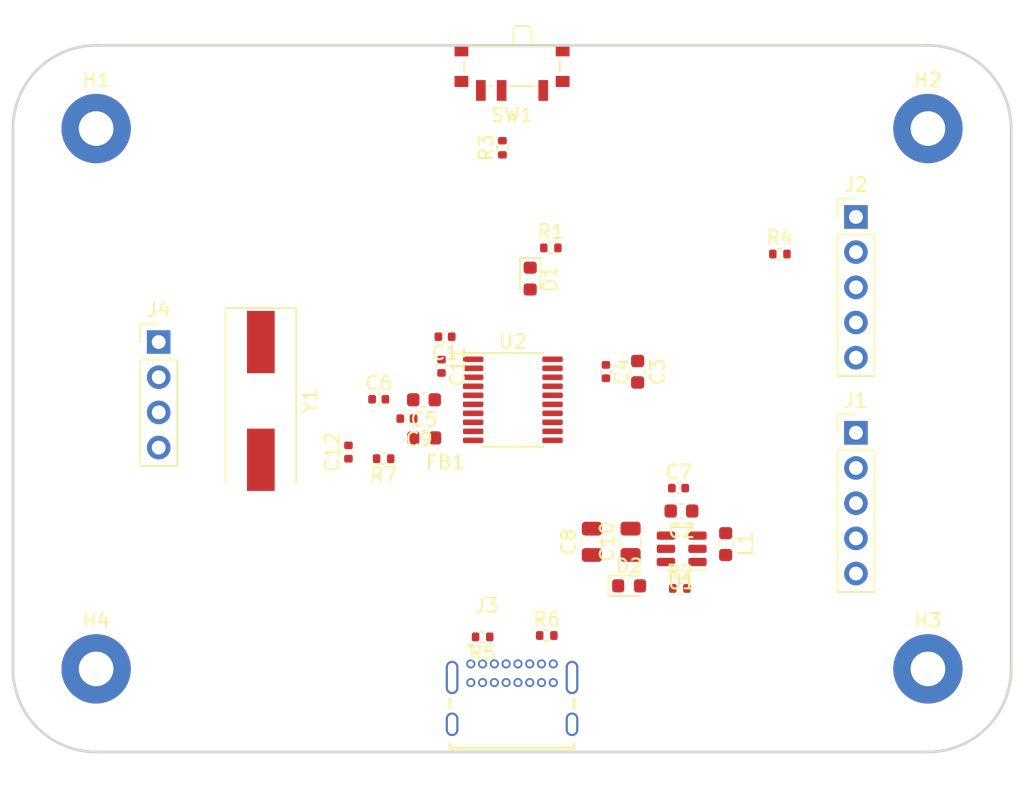
<source format=kicad_pcb>
(kicad_pcb (version 20221018) (generator pcbnew)
  (layers (0 "F.Cu" signal) (31 "B.Cu" signal) (34 "B.Paste" user) (35 "F.Paste" user) (36 "B.SilkS" user "B.Silkscreen") (37 "F.SilkS" user "F.Silkscreen") (38 "B.Mask" user) (39 "F.Mask" user) (44 "Edge.Cuts" user))
  (net 0 "")
  (net 1 "NRST")
  (net 2 "GND")
  (net 3 "VBUS")
  (net 4 "+3.3V")
  (net 5 "+3.3VA")
  (net 6 "Net-(U1-BST)")
  (net 7 "HSE_IN")
  (net 8 "Net-(C12-Pad1)")
  (net 9 "Net-(D1-K)")
  (net 10 "Net-(D1-A)")
  (net 11 "Net-(D2-K)")
  (net 12 "SPI_SCK")
  (net 13 "SPI_MISO")
  (net 14 "SPI_MOSI")
  (net 15 "Net-(J2-Pin_2)")
  (net 16 "SWDCLK")
  (net 17 "Net-(J3-CC1)")
  (net 18 "USB_D+")
  (net 19 "USB_D-")
  (net 21 "Net-(J3-CC2)")
  (net 24 "USART_TX")
  (net 25 "USART_RX")
  (net 26 "Net-(U1-FB)")
  (net 27 "BOOT")
  (net 28 "Net-(SW1-B)")
  (net 29 "SWDIO")
  (net 30 "HSE_OUT")
  (footprint "Resistor_SMD:R_0402_1005Metric" (layer "F.Cu") (at 135.38 110.6932 180)
    (fp_text reference "R5" (at 0 -1.17) (layer "F.SilkS"))
    (fp_text value "5k1")
    (fp_line (start -0.153641 -0.38) (end 0.153641 -0.38) (stroke (width 0.12)) (layer "F.SilkS"))
    (fp_line (start -0.153641 0.38) (end 0.153641 0.38) (stroke (width 0.12)) (layer "F.SilkS"))
    (pad "1" smd roundrect (at -0.51 0 180) (size 0.54 0.64) (layers "F.Cu" "F.Paste" "F.Mask") (net 17 "Net-(J3-CC1)"))
    (pad "2" smd roundrect (at 0.51 0 180) (size 0.54 0.64) (layers "F.Cu" "F.Paste" "F.Mask") (net 2 "GND"))
  )
  (footprint "Capacitor_SMD:C_0603_1608Metric" (layer "F.Cu") (at 149.72 101.605 180)
    (fp_text reference "C2" (at 0 -1.43) (layer "F.SilkS"))
    (fp_text value "10u")
    (fp_line (start -0.14058 -0.51) (end 0.14058 -0.51) (stroke (width 0.12)) (layer "F.SilkS"))
    (fp_line (start -0.14058 0.51) (end 0.14058 0.51) (stroke (width 0.12)) (layer "F.SilkS"))
    (pad "1" smd roundrect (at -0.775 0 180) (size 0.9 0.95) (layers "F.Cu" "F.Paste" "F.Mask") (net 3 "VBUS"))
    (pad "2" smd roundrect (at 0.775 0 180) (size 0.9 0.95) (layers "F.Cu" "F.Paste" "F.Mask") (net 2 "GND"))
  )
  (footprint "Connector_PinHeader_2.54mm:PinHeader_1x05_P2.54mm_Vertical" (layer "F.Cu") (at 162.306 80.38)
    (fp_text reference "J2" (at 0 -2.33) (layer "F.SilkS"))
    (fp_text value "SWD")
    (fp_line (start -1.33 -1.33) (end 0 -1.33) (stroke (width 0.12)) (layer "F.SilkS"))
    (fp_line (start -1.33 0) (end -1.33 -1.33) (stroke (width 0.12)) (layer "F.SilkS"))
    (fp_line (start -1.33 1.27) (end -1.33 11.49) (stroke (width 0.12)) (layer "F.SilkS"))
    (fp_line (start -1.33 1.27) (end 1.33 1.27) (stroke (width 0.12)) (layer "F.SilkS"))
    (fp_line (start -1.33 11.49) (end 1.33 11.49) (stroke (width 0.12)) (layer "F.SilkS"))
    (fp_line (start 1.33 1.27) (end 1.33 11.49) (stroke (width 0.12)) (layer "F.SilkS"))
    (pad "1" thru_hole rect (at 0 0) (size 1.7 1.7) (drill 1) (layers "*.Cu" "*.Mask") (net 4 "+3.3V"))
    (pad "2" thru_hole oval (at 0 2.54) (size 1.7 1.7) (drill 1) (layers "*.Cu" "*.Mask") (net 15 "Net-(J2-Pin_2)"))
    (pad "3" thru_hole oval (at 0 5.08) (size 1.7 1.7) (drill 1) (layers "*.Cu" "*.Mask") (net 16 "SWDCLK"))
    (pad "4" thru_hole oval (at 0 7.62) (size 1.7 1.7) (drill 1) (layers "*.Cu" "*.Mask") (net 1 "NRST"))
    (pad "5" thru_hole oval (at 0 10.16) (size 1.7 1.7) (drill 1) (layers "*.Cu" "*.Mask") (net 2 "GND"))
  )
  (footprint "USB4085-GF-A:GCT_USB4085-GF-A_REVB" (layer "F.Cu") (at 137.5 117)
    (fp_text reference "J3" (at -1.85 -8.555) (layer "F.SilkS"))
    (fp_text value "USB4085-GF-A_REVB")
    (fp_line (start -4.47 -1.85) (end -4.47 -1.17) (stroke (width 0.2)) (layer "F.SilkS"))
    (fp_line (start -4.47 1.39) (end -4.47 1.74) (stroke (width 0.2)) (layer "F.SilkS"))
    (fp_line (start -4.47 1.74) (end 4.47 1.74) (stroke (width 0.2)) (layer "F.SilkS"))
    (fp_line (start 4.47 -1.85) (end 4.47 -1.17) (stroke (width 0.2)) (layer "F.SilkS"))
    (fp_line (start 4.47 1.74) (end 4.47 1.39) (stroke (width 0.2)) (layer "F.SilkS"))
    (fp_circle (center -2.975 -5.7) (end -2.875 -5.7) (stroke (width 0.2)) (fill none) (layer "F.SilkS"))
    (pad "A1" thru_hole circle (at -2.975 -4.36) (size 0.65 0.65) (drill 0.4) (layers "*.Cu" "*.Mask") (net 2 "GND"))
    (pad "A4" thru_hole circle (at -2.125 -4.36) (size 0.65 0.65) (drill 0.4) (layers "*.Cu" "*.Mask") (net 3 "VBUS"))
    (pad "A5" thru_hole circle (at -1.275 -4.36) (size 0.65 0.65) (drill 0.4) (layers "*.Cu" "*.Mask") (net 17 "Net-(J3-CC1)"))
    (pad "A6" thru_hole circle (at -0.425 -4.36) (size 0.65 0.65) (drill 0.4) (layers "*.Cu" "*.Mask") (net 18 "USB_D+"))
    (pad "A7" thru_hole circle (at 0.425 -4.36) (size 0.65 0.65) (drill 0.4) (layers "*.Cu" "*.Mask") (net 19 "USB_D-"))
    (pad "A8" thru_hole circle (at 1.275 -4.36) (size 0.65 0.65) (drill 0.4) (layers "*.Cu" "*.Mask"))
    (pad "A9" thru_hole circle (at 2.125 -4.36) (size 0.65 0.65) (drill 0.4) (layers "*.Cu" "*.Mask") (net 3 "VBUS"))
    (pad "A12" thru_hole circle (at 2.975 -4.36) (size 0.65 0.65) (drill 0.4) (layers "*.Cu" "*.Mask") (net 2 "GND"))
    (pad "B1" thru_hole circle (at 2.975 -3.01) (size 0.65 0.65) (drill 0.4) (layers "*.Cu" "*.Mask") (net 2 "GND"))
    (pad "B4" thru_hole circle (at 2.125 -3.01) (size 0.65 0.65) (drill 0.4) (layers "*.Cu" "*.Mask") (net 3 "VBUS"))
    (pad "B5" thru_hole circle (at 1.275 -3.01) (size 0.65 0.65) (drill 0.4) (layers "*.Cu" "*.Mask") (net 21 "Net-(J3-CC2)"))
    (pad "B6" thru_hole circle (at 0.425 -3.01) (size 0.65 0.65) (drill 0.4) (layers "*.Cu" "*.Mask") (net 18 "USB_D+"))
    (pad "B7" thru_hole circle (at -0.425 -3.01) (size 0.65 0.65) (drill 0.4) (layers "*.Cu" "*.Mask") (net 19 "USB_D-"))
    (pad "B8" thru_hole circle (at -1.275 -3.01) (size 0.65 0.65) (drill 0.4) (layers "*.Cu" "*.Mask"))
    (pad "B9" thru_hole circle (at -2.125 -3.01) (size 0.65 0.65) (drill 0.4) (layers "*.Cu" "*.Mask") (net 3 "VBUS"))
    (pad "B12" thru_hole circle (at -2.975 -3.01) (size 0.65 0.65) (drill 0.4) (layers "*.Cu" "*.Mask") (net 2 "GND"))
    (pad "S1" thru_hole oval (at -4.325 0) (size 0.9 1.7) (drill oval 0.6 1.4) (layers "*.Cu" "*.Mask"))
    (pad "S2" thru_hole oval (at 4.325 0) (size 0.9 1.7) (drill oval 0.6 1.4) (layers "*.Cu" "*.Mask"))
    (pad "S3" thru_hole oval (at -4.325 -3.38) (size 0.9 2.4) (drill oval 0.6 2.1) (layers "*.Cu" "*.Mask"))
    (pad "S4" thru_hole oval (at 4.325 -3.38) (size 0.9 2.4) (drill oval 0.6 2.1) (layers "*.Cu" "*.Mask"))
  )
  (footprint "MountingHole:MountingHole_2.5mm_Pad" (layer "F.Cu") (at 107.5 74)
    (fp_text reference "H1" (at 0 -3.5) (layer "F.SilkS"))
    (fp_text value "MountingHole_Pad")
    (pad "1" thru_hole circle (at 0 0) (size 5 5) (drill 2.5) (layers "*.Cu" "*.Mask") (net 2 "GND"))
  )
  (footprint "Capacitor_SMD:C_0402_1005Metric" (layer "F.Cu") (at 132.4102 91.158 -90)
    (fp_text reference "C11" (at 0 -1.16 -270) (layer "F.SilkS"))
    (fp_text value "30p")
    (fp_line (start -0.107836 -0.36) (end 0.107836 -0.36) (stroke (width 0.12)) (layer "F.SilkS"))
    (fp_line (start -0.107836 0.36) (end 0.107836 0.36) (stroke (width 0.12)) (layer "F.SilkS"))
    (pad "1" smd roundrect (at -0.48 0 270) (size 0.56 0.62) (layers "F.Cu" "F.Paste" "F.Mask") (net 7 "HSE_IN"))
    (pad "2" smd roundrect (at 0.48 0 270) (size 0.56 0.62) (layers "F.Cu" "F.Paste" "F.Mask") (net 2 "GND"))
  )
  (footprint "Inductor_SMD:L_0603_1608Metric" (layer "F.Cu") (at 152.908 103.9925 -90)
    (fp_text reference "L1" (at 0 -1.43 90) (layer "F.SilkS"))
    (fp_text value "3u9")
    (fp_line (start -0.162779 -0.51) (end 0.162779 -0.51) (stroke (width 0.12)) (layer "F.SilkS"))
    (fp_line (start -0.162779 0.51) (end 0.162779 0.51) (stroke (width 0.12)) (layer "F.SilkS"))
    (pad "1" smd roundrect (at -0.7875 0 270) (size 0.875 0.95) (layers "F.Cu" "F.Paste" "F.Mask") (net 4 "+3.3V"))
    (pad "2" smd roundrect (at 0.7875 0 270) (size 0.875 0.95) (layers "F.Cu" "F.Paste" "F.Mask") (net 26 "Net-(U1-FB)"))
  )
  (footprint "Crystal:Crystal_SMD_HC49-SD" (layer "F.Cu") (at 119.38 93.658 -90)
    (fp_text reference "Y1" (at 0 -3.55 90) (layer "F.SilkS"))
    (fp_text value "16 MHz")
    (fp_line (start -6.7 -2.55) (end -6.7 2.55) (stroke (width 0.12)) (layer "F.SilkS"))
    (fp_line (start -6.7 2.55) (end 5.9 2.55) (stroke (width 0.12)) (layer "F.SilkS"))
    (fp_line (start 5.9 -2.55) (end -6.7 -2.55) (stroke (width 0.12)) (layer "F.SilkS"))
    (pad "1" smd rect (at -4.25 0 270) (size 4.5 2) (layers "F.Cu" "F.Paste" "F.Mask") (net 7 "HSE_IN"))
    (pad "2" smd rect (at 4.25 0 270) (size 4.5 2) (layers "F.Cu" "F.Paste" "F.Mask") (net 8 "Net-(C12-Pad1)"))
  )
  (footprint "Capacitor_SMD:C_0402_1005Metric" (layer "F.Cu") (at 125.699 97.349 90)
    (fp_text reference "C12" (at 0 -1.16 90) (layer "F.SilkS"))
    (fp_text value "30p")
    (fp_line (start -0.107836 -0.36) (end 0.107836 -0.36) (stroke (width 0.12)) (layer "F.SilkS"))
    (fp_line (start -0.107836 0.36) (end 0.107836 0.36) (stroke (width 0.12)) (layer "F.SilkS"))
    (pad "1" smd roundrect (at -0.48 0 90) (size 0.56 0.62) (layers "F.Cu" "F.Paste" "F.Mask") (net 8 "Net-(C12-Pad1)"))
    (pad "2" smd roundrect (at 0.48 0 90) (size 0.56 0.62) (layers "F.Cu" "F.Paste" "F.Mask") (net 2 "GND"))
  )
  (footprint "Button_Switch_SMD:SW_SPDT_PCM12" (layer "F.Cu") (at 137.5 69.82 180)
    (fp_text reference "SW1" (at 0 -3.2) (layer "F.SilkS"))
    (fp_text value "SW_SPDT")
    (fp_line (start -3.45 -0.07) (end -3.45 0.72) (stroke (width 0.12)) (layer "F.SilkS"))
    (fp_line (start -2.85 1.73) (end 2.85 1.73) (stroke (width 0.12)) (layer "F.SilkS"))
    (fp_line (start -1.6 -1.12) (end 0.1 -1.12) (stroke (width 0.12)) (layer "F.SilkS"))
    (fp_line (start -1.4 1.73) (end -1.4 3.02) (stroke (width 0.12)) (layer "F.SilkS"))
    (fp_line (start -1.4 3.02) (end -1.2 3.23) (stroke (width 0.12)) (layer "F.SilkS"))
    (fp_line (start -1.2 3.23) (end -0.3 3.23) (stroke (width 0.12)) (layer "F.SilkS"))
    (fp_line (start -0.1 3.02) (end -0.3 3.23) (stroke (width 0.12)) (layer "F.SilkS"))
    (fp_line (start -0.1 3.02) (end -0.1 1.73) (stroke (width 0.12)) (layer "F.SilkS"))
    (fp_line (start 1.4 -1.12) (end 1.6 -1.12) (stroke (width 0.12)) (layer "F.SilkS"))
    (fp_line (start 3.45 0.72) (end 3.45 -0.07) (stroke (width 0.12)) (layer "F.SilkS"))
    (pad "" smd rect (at -3.65 -0.78 180) (size 1 0.8) (layers "F.Cu" "F.Paste" "F.Mask"))
    (pad "" smd rect (at -3.65 1.43 180) (size 1 0.8) (layers "F.Cu" "F.Paste" "F.Mask"))
    (pad "" np_thru_hole circle (at -1.5 0.33 180) (size 0.9 0.9) (drill 0.9) (layers "*.Cu" "*.Mask"))
    (pad "" np_thru_hole circle (at 1.5 0.33 180) (size 0.9 0.9) (drill 0.9) (layers "*.Cu" "*.Mask"))
    (pad "" smd rect (at 3.65 -0.78 180) (size 1 0.8) (layers "F.Cu" "F.Paste" "F.Mask"))
    (pad "" smd rect (at 3.65 1.43 180) (size 1 0.8) (layers "F.Cu" "F.Paste" "F.Mask"))
    (pad "1" smd rect (at -2.25 -1.43 180) (size 0.7 1.5) (layers "F.Cu" "F.Paste" "F.Mask") (net 2 "GND"))
    (pad "2" smd rect (at 0.75 -1.43 180) (size 0.7 1.5) (layers "F.Cu" "F.Paste" "F.Mask") (net 28 "Net-(SW1-B)"))
    (pad "3" smd rect (at 2.25 -1.43 180) (size 0.7 1.5) (layers "F.Cu" "F.Paste" "F.Mask") (net 4 "+3.3V"))
  )
  (footprint "Resistor_SMD:R_0402_1005Metric" (layer "F.Cu") (at 156.8196 83.058)
    (fp_text reference "R4" (at 0 -1.17) (layer "F.SilkS"))
    (fp_text value "22R")
    (fp_line (start -0.153641 -0.38) (end 0.153641 -0.38) (stroke (width 0.12)) (layer "F.SilkS"))
    (fp_line (start -0.153641 0.38) (end 0.153641 0.38) (stroke (width 0.12)) (layer "F.SilkS"))
    (pad "1" smd roundrect (at -0.51 0) (size 0.54 0.64) (layers "F.Cu" "F.Paste" "F.Mask") (net 29 "SWDIO"))
    (pad "2" smd roundrect (at 0.51 0) (size 0.54 0.64) (layers "F.Cu" "F.Paste" "F.Mask") (net 15 "Net-(J2-Pin_2)"))
  )
  (footprint "MountingHole:MountingHole_2.5mm_Pad" (layer "F.Cu") (at 167.5 74)
    (fp_text reference "H2" (at 0 -3.5) (layer "F.SilkS"))
    (fp_text value "MountingHole_Pad")
    (pad "1" thru_hole circle (at 0 0) (size 5 5) (drill 2.5) (layers "*.Cu" "*.Mask") (net 2 "GND"))
  )
  (footprint "Resistor_SMD:R_0402_1005Metric" (layer "F.Cu") (at 136.8044 75.3892 90)
    (fp_text reference "R3" (at 0 -1.17 90) (layer "F.SilkS"))
    (fp_text value "1k5")
    (fp_line (start -0.153641 -0.38) (end 0.153641 -0.38) (stroke (width 0.12)) (layer "F.SilkS"))
    (fp_line (start -0.153641 0.38) (end 0.153641 0.38) (stroke (width 0.12)) (layer "F.SilkS"))
    (pad "1" smd roundrect (at -0.51 0 90) (size 0.54 0.64) (layers "F.Cu" "F.Paste" "F.Mask") (net 27 "BOOT"))
    (pad "2" smd roundrect (at 0.51 0 90) (size 0.54 0.64) (layers "F.Cu" "F.Paste" "F.Mask") (net 28 "Net-(SW1-B)"))
  )
  (footprint "Capacitor_SMD:C_0402_1005Metric" (layer "F.Cu") (at 149.507 99.954)
    (fp_text reference "C7" (at 0 -1.16) (layer "F.SilkS"))
    (fp_text value "100n")
    (fp_line (start -0.107836 -0.36) (end 0.107836 -0.36) (stroke (width 0.12)) (layer "F.SilkS"))
    (fp_line (start -0.107836 0.36) (end 0.107836 0.36) (stroke (width 0.12)) (layer "F.SilkS"))
    (pad "1" smd roundrect (at -0.48 0) (size 0.56 0.62) (layers "F.Cu" "F.Paste" "F.Mask") (net 4 "+3.3V"))
    (pad "2" smd roundrect (at 0.48 0) (size 0.56 0.62) (layers "F.Cu" "F.Paste" "F.Mask") (net 6 "Net-(U1-BST)"))
  )
  (footprint "Connector_PinHeader_2.54mm:PinHeader_1x05_P2.54mm_Vertical" (layer "F.Cu") (at 162.306 95.96)
    (fp_text reference "J1" (at 0 -2.33) (layer "F.SilkS"))
    (fp_text value "SPI")
    (fp_line (start -1.33 -1.33) (end 0 -1.33) (stroke (width 0.12)) (layer "F.SilkS"))
    (fp_line (start -1.33 0) (end -1.33 -1.33) (stroke (width 0.12)) (layer "F.SilkS"))
    (fp_line (start -1.33 1.27) (end -1.33 11.49) (stroke (width 0.12)) (layer "F.SilkS"))
    (fp_line (start -1.33 1.27) (end 1.33 1.27) (stroke (width 0.12)) (layer "F.SilkS"))
    (fp_line (start -1.33 11.49) (end 1.33 11.49) (stroke (width 0.12)) (layer "F.SilkS"))
    (fp_line (start 1.33 1.27) (end 1.33 11.49) (stroke (width 0.12)) (layer "F.SilkS"))
    (pad "1" thru_hole rect (at 0 0) (size 1.7 1.7) (drill 1) (layers "*.Cu" "*.Mask") (net 4 "+3.3V"))
    (pad "2" thru_hole oval (at 0 2.54) (size 1.7 1.7) (drill 1) (layers "*.Cu" "*.Mask") (net 12 "SPI_SCK"))
    (pad "3" thru_hole oval (at 0 5.08) (size 1.7 1.7) (drill 1) (layers "*.Cu" "*.Mask") (net 13 "SPI_MISO"))
    (pad "4" thru_hole oval (at 0 7.62) (size 1.7 1.7) (drill 1) (layers "*.Cu" "*.Mask") (net 14 "SPI_MOSI"))
    (pad "5" thru_hole oval (at 0 10.16) (size 1.7 1.7) (drill 1) (layers "*.Cu" "*.Mask") (net 2 "GND"))
  )
  (footprint "MountingHole:MountingHole_2.5mm_Pad" (layer "F.Cu") (at 107.5 113)
    (fp_text reference "H4" (at 0 -3.5) (layer "F.SilkS"))
    (fp_text value "MountingHole_Pad")
    (pad "1" thru_hole circle (at 0 0) (size 5 5) (drill 2.5) (layers "*.Cu" "*.Mask") (net 2 "GND"))
  )
  (footprint "Capacitor_SMD:C_0402_1005Metric" (layer "F.Cu") (at 129.918 94.936 180)
    (fp_text reference "C9" (at -0.8868 -1.5) (layer "F.SilkS"))
    (fp_text value "1u")
    (fp_line (start -0.107836 -0.36) (end 0.107836 -0.36) (stroke (width 0.12)) (layer "F.SilkS"))
    (fp_line (start -0.107836 0.36) (end 0.107836 0.36) (stroke (width 0.12)) (layer "F.SilkS"))
    (pad "1" smd roundrect (at -0.48 0 180) (size 0.56 0.62) (layers "F.Cu" "F.Paste" "F.Mask") (net 4 "+3.3V"))
    (pad "2" smd roundrect (at 0.48 0 180) (size 0.56 0.62) (layers "F.Cu" "F.Paste" "F.Mask") (net 2 "GND"))
  )
  (footprint "LED_SMD:LED_0603_1608Metric" (layer "F.Cu") (at 145.9425 107.006)
    (fp_text reference "D2" (at 0 -1.43) (layer "F.SilkS"))
    (fp_text value "GREEN STATUS_LED")
    (fp_line (start -1.485 -0.735) (end -1.485 0.735) (stroke (width 0.12)) (layer "F.SilkS"))
    (fp_line (start -1.485 0.735) (end 0.8 0.735) (stroke (width 0.12)) (layer "F.SilkS"))
    (fp_line (start 0.8 -0.735) (end -1.485 -0.735) (stroke (width 0.12)) (layer "F.SilkS"))
    (pad "1" smd roundrect (at -0.7875 0) (size 0.875 0.95) (layers "F.Cu" "F.Paste" "F.Mask") (net 11 "Net-(D2-K)"))
    (pad "2" smd roundrect (at 0.7875 0) (size 0.875 0.95) (layers "F.Cu" "F.Paste" "F.Mask") (net 4 "+3.3V"))
  )
  (footprint "Capacitor_SMD:C_0603_1608Metric" (layer "F.Cu") (at 131.147 93.579 180)
    (fp_text reference "C5" (at 0 -1.43) (layer "F.SilkS"))
    (fp_text value "1u")
    (fp_line (start -0.14058 -0.51) (end 0.14058 -0.51) (stroke (width 0.12)) (layer "F.SilkS"))
    (fp_line (start -0.14058 0.51) (end 0.14058 0.51) (stroke (width 0.12)) (layer "F.SilkS"))
    (pad "1" smd roundrect (at -0.775 0 180) (size 0.9 0.95) (layers "F.Cu" "F.Paste" "F.Mask") (net 5 "+3.3VA"))
    (pad "2" smd roundrect (at 0.775 0 180) (size 0.9 0.95) (layers "F.Cu" "F.Paste" "F.Mask") (net 2 "GND"))
  )
  (footprint "Resistor_SMD:R_0402_1005Metric" (layer "F.Cu") (at 128.241 97.829 180)
    (fp_text reference "R7" (at 0 -1.17) (layer "F.SilkS"))
    (fp_text value "47R")
    (fp_line (start -0.153641 -0.38) (end 0.153641 -0.38) (stroke (width 0.12)) (layer "F.SilkS"))
    (fp_line (start -0.153641 0.38) (end 0.153641 0.38) (stroke (width 0.12)) (layer "F.SilkS"))
    (pad "1" smd roundrect (at -0.51 0 180) (size 0.54 0.64) (layers "F.Cu" "F.Paste" "F.Mask") (net 30 "HSE_OUT"))
    (pad "2" smd roundrect (at 0.51 0 180) (size 0.54 0.64) (layers "F.Cu" "F.Paste" "F.Mask") (net 8 "Net-(C12-Pad1)"))
  )
  (footprint "Capacitor_SMD:C_0805_2012Metric" (layer "F.Cu") (at 143.256 103.83 90)
    (fp_text reference "C8" (at 0 -1.68 90) (layer "F.SilkS"))
    (fp_text value "22u")
    (fp_line (start -0.261252 -0.735) (end 0.261252 -0.735) (stroke (width 0.12)) (layer "F.SilkS"))
    (fp_line (start -0.261252 0.735) (end 0.261252 0.735) (stroke (width 0.12)) (layer "F.SilkS"))
    (pad "1" smd roundrect (at -0.95 0 90) (size 1 1.45) (layers "F.Cu" "F.Paste" "F.Mask") (net 4 "+3.3V"))
    (pad "2" smd roundrect (at 0.95 0 90) (size 1 1.45) (layers "F.Cu" "F.Paste" "F.Mask") (net 2 "GND"))
  )
  (footprint "Package_SO:TSSOP-20_4.4x6.5mm_P0.65mm" (layer "F.Cu") (at 137.558 93.579)
    (fp_text reference "U2" (at 0 -4.2) (layer "F.SilkS"))
    (fp_text value "STM32F070F6Px")
    (fp_line (start 0 -3.385) (end -3.6 -3.385) (stroke (width 0.12)) (layer "F.SilkS"))
    (fp_line (start 0 -3.385) (end 2.2 -3.385) (stroke (width 0.12)) (layer "F.SilkS"))
    (fp_line (start 0 3.385) (end -2.2 3.385) (stroke (width 0.12)) (layer "F.SilkS"))
    (fp_line (start 0 3.385) (end 2.2 3.385) (stroke (width 0.12)) (layer "F.SilkS"))
    (pad "1" smd roundrect (at -2.8625 -2.925) (size 1.475 0.4) (layers "F.Cu" "F.Paste" "F.Mask") (net 27 "BOOT"))
    (pad "2" smd roundrect (at -2.8625 -2.275) (size 1.475 0.4) (layers "F.Cu" "F.Paste" "F.Mask") (net 7 "HSE_IN"))
    (pad "3" smd roundrect (at -2.8625 -1.625) (size 1.475 0.4) (layers "F.Cu" "F.Paste" "F.Mask") (net 30 "HSE_OUT"))
    (pad "4" smd roundrect (at -2.8625 -0.975) (size 1.475 0.4) (layers "F.Cu" "F.Paste" "F.Mask") (net 1 "NRST"))
    (pad "5" smd roundrect (at -2.8625 -0.325) (size 1.475 0.4) (layers "F.Cu" "F.Paste" "F.Mask") (net 5 "+3.3VA"))
    (pad "6" smd roundrect (at -2.8625 0.325) (size 1.475 0.4) (layers "F.Cu" "F.Paste" "F.Mask"))
    (pad "7" smd roundrect (at -2.8625 0.975) (size 1.475 0.4) (layers "F.Cu" "F.Paste" "F.Mask") (net 10 "Net-(D1-A)"))
    (pad "8" smd roundrect (at -2.8625 1.625) (size 1.475 0.4) (layers "F.Cu" "F.Paste" "F.Mask") (net 24 "USART_TX"))
    (pad "9" smd roundrect (at -2.8625 2.275) (size 1.475 0.4) (layers "F.Cu" "F.Paste" "F.Mask") (net 25 "USART_RX"))
    (pad "10" smd roundrect (at -2.8625 2.925) (size 1.475 0.4) (layers "F.Cu" "F.Paste" "F.Mask"))
    (pad "11" smd roundrect (at 2.8625 2.925) (size 1.475 0.4) (layers "F.Cu" "F.Paste" "F.Mask") (net 12 "SPI_SCK"))
    (pad "12" smd roundrect (at 2.8625 2.275) (size 1.475 0.4) (layers "F.Cu" "F.Paste" "F.Mask") (net 13 "SPI_MISO"))
    (pad "13" smd roundrect (at 2.8625 1.625) (size 1.475 0.4) (layers "F.Cu" "F.Paste" "F.Mask") (net 14 "SPI_MOSI"))
    (pad "14" smd roundrect (at 2.8625 0.975) (size 1.475 0.4) (layers "F.Cu" "F.Paste" "F.Mask"))
    (pad "15" smd roundrect (at 2.8625 0.325) (size 1.475 0.4) (layers "F.Cu" "F.Paste" "F.Mask") (net 2 "GND"))
    (pad "16" smd roundrect (at 2.8625 -0.325) (size 1.475 0.4) (layers "F.Cu" "F.Paste" "F.Mask") (net 4 "+3.3V"))
    (pad "17" smd roundrect (at 2.8625 -0.975) (size 1.475 0.4) (layers "F.Cu" "F.Paste" "F.Mask") (net 19 "USB_D-"))
    (pad "18" smd roundrect (at 2.8625 -1.625) (size 1.475 0.4) (layers "F.Cu" "F.Paste" "F.Mask") (net 18 "USB_D+"))
    (pad "19" smd roundrect (at 2.8625 -2.275) (size 1.475 0.4) (layers "F.Cu" "F.Paste" "F.Mask") (net 29 "SWDIO"))
    (pad "20" smd roundrect (at 2.8625 -2.925) (size 1.475 0.4) (layers "F.Cu" "F.Paste" "F.Mask") (net 16 "SWDCLK"))
  )
  (footprint "Resistor_SMD:R_0402_1005Metric" (layer "F.Cu") (at 140.298 82.6165)
    (fp_text reference "R1" (at 0 -1.17) (layer "F.SilkS"))
    (fp_text value "619R")
    (fp_line (start -0.153641 -0.38) (end 0.153641 -0.38) (stroke (width 0.12)) (layer "F.SilkS"))
    (fp_line (start -0.153641 0.38) (end 0.153641 0.38) (stroke (width 0.12)) (layer "F.SilkS"))
    (pad "1" smd roundrect (at -0.51 0) (size 0.54 0.64) (layers "F.Cu" "F.Paste" "F.Mask") (net 9 "Net-(D1-K)"))
    (pad "2" smd roundrect (at 0.51 0) (size 0.54 0.64) (layers "F.Cu" "F.Paste" "F.Mask") (net 2 "GND"))
  )
  (footprint "Package_TO_SOT_SMD:TSOT-23-6" (layer "F.Cu") (at 149.7385 104.333 180)
    (fp_text reference "U1" (at 0 -2.4) (layer "F.SilkS"))
    (fp_text value "AP63203WU")
    (fp_line (start 0 -1.56) (end -1.8 -1.56) (stroke (width 0.12)) (layer "F.SilkS"))
    (fp_line (start 0 -1.56) (end 0.8 -1.56) (stroke (width 0.12)) (layer "F.SilkS"))
    (fp_line (start 0 1.56) (end -0.8 1.56) (stroke (width 0.12)) (layer "F.SilkS"))
    (fp_line (start 0 1.56) (end 0.8 1.56) (stroke (width 0.12)) (layer "F.SilkS"))
    (pad "1" smd roundrect (at -1.1375 -0.95 180) (size 1.325 0.6) (layers "F.Cu" "F.Paste" "F.Mask") (net 26 "Net-(U1-FB)"))
    (pad "2" smd roundrect (at -1.1375 0 180) (size 1.325 0.6) (layers "F.Cu" "F.Paste" "F.Mask") (net 3 "VBUS"))
    (pad "3" smd roundrect (at -1.1375 0.95 180) (size 1.325 0.6) (layers "F.Cu" "F.Paste" "F.Mask") (net 3 "VBUS"))
    (pad "4" smd roundrect (at 1.1375 0.95 180) (size 1.325 0.6) (layers "F.Cu" "F.Paste" "F.Mask") (net 2 "GND"))
    (pad "5" smd roundrect (at 1.1375 0 180) (size 1.325 0.6) (layers "F.Cu" "F.Paste" "F.Mask") (net 4 "+3.3V"))
    (pad "6" smd roundrect (at 1.1375 -0.95 180) (size 1.325 0.6) (layers "F.Cu" "F.Paste" "F.Mask") (net 6 "Net-(U1-BST)"))
  )
  (footprint "Inductor_SMD:L_0603_1608Metric" (layer "F.Cu") (at 131.1685 96.329 180)
    (fp_text reference "FB1" (at -1.5115 -1.75) (layer "F.SilkS"))
    (fp_text value "220R")
    (fp_line (start -0.162779 -0.51) (end 0.162779 -0.51) (stroke (width 0.12)) (layer "F.SilkS"))
    (fp_line (start -0.162779 0.51) (end 0.162779 0.51) (stroke (width 0.12)) (layer "F.SilkS"))
    (pad "1" smd roundrect (at -0.7875 0 180) (size 0.875 0.95) (layers "F.Cu" "F.Paste" "F.Mask") (net 5 "+3.3VA"))
    (pad "2" smd roundrect (at 0.7875 0 180) (size 0.875 0.95) (layers "F.Cu" "F.Paste" "F.Mask") (net 4 "+3.3V"))
  )
  (footprint "Resistor_SMD:R_0402_1005Metric" (layer "F.Cu") (at 149.604 107.193)
    (fp_text reference "R2" (at 0 -1.17) (layer "F.SilkS"))
    (fp_text value "619R")
    (fp_line (start -0.153641 -0.38) (end 0.153641 -0.38) (stroke (width 0.12)) (layer "F.SilkS"))
    (fp_line (start -0.153641 0.38) (end 0.153641 0.38) (stroke (width 0.12)) (layer "F.SilkS"))
    (pad "1" smd roundrect (at -0.51 0) (size 0.54 0.64) (layers "F.Cu" "F.Paste" "F.Mask") (net 11 "Net-(D2-K)"))
    (pad "2" smd roundrect (at 0.51 0) (size 0.54 0.64) (layers "F.Cu" "F.Paste" "F.Mask") (net 2 "GND"))
  )
  (footprint "Capacitor_SMD:C_0402_1005Metric" (layer "F.Cu") (at 144.272 91.539 -90)
    (fp_text reference "C4" (at 0 -1.16 90) (layer "F.SilkS"))
    (fp_text value "100n")
    (fp_line (start -0.107836 -0.36) (end 0.107836 -0.36) (stroke (width 0.12)) (layer "F.SilkS"))
    (fp_line (start -0.107836 0.36) (end 0.107836 0.36) (stroke (width 0.12)) (layer "F.SilkS"))
    (pad "1" smd roundrect (at -0.48 0 270) (size 0.56 0.62) (layers "F.Cu" "F.Paste" "F.Mask") (net 4 "+3.3V"))
    (pad "2" smd roundrect (at 0.48 0 270) (size 0.56 0.62) (layers "F.Cu" "F.Paste" "F.Mask") (net 2 "GND"))
  )
  (footprint "Capacitor_SMD:C_0603_1608Metric" (layer "F.Cu") (at 146.558 91.554 -90)
    (fp_text reference "C3" (at 0 -1.43 90) (layer "F.SilkS"))
    (fp_text value "4u7")
    (fp_line (start -0.14058 -0.51) (end 0.14058 -0.51) (stroke (width 0.12)) (layer "F.SilkS"))
    (fp_line (start -0.14058 0.51) (end 0.14058 0.51) (stroke (width 0.12)) (layer "F.SilkS"))
    (pad "1" smd roundrect (at -0.775 0 270) (size 0.9 0.95) (layers "F.Cu" "F.Paste" "F.Mask") (net 4 "+3.3V"))
    (pad "2" smd roundrect (at 0.775 0 270) (size 0.9 0.95) (layers "F.Cu" "F.Paste" "F.Mask") (net 2 "GND"))
  )
  (footprint "MountingHole:MountingHole_2.5mm_Pad" (layer "F.Cu") (at 167.5 113)
    (fp_text reference "H3" (at 0 -3.5) (layer "F.SilkS"))
    (fp_text value "MountingHole_Pad")
    (pad "1" thru_hole circle (at 0 0) (size 5 5) (drill 2.5) (layers "*.Cu" "*.Mask") (net 2 "GND"))
  )
  (footprint "Capacitor_SMD:C_0402_1005Metric" (layer "F.Cu") (at 132.6668 89.027 180)
    (fp_text reference "C1" (at 0 -1.16) (layer "F.SilkS"))
    (fp_text value "100n")
    (fp_line (start -0.107836 -0.36) (end 0.107836 -0.36) (stroke (width 0.12)) (layer "F.SilkS"))
    (fp_line (start -0.107836 0.36) (end 0.107836 0.36) (stroke (width 0.12)) (layer "F.SilkS"))
    (pad "1" smd roundrect (at -0.48 0 180) (size 0.56 0.62) (layers "F.Cu" "F.Paste" "F.Mask") (net 1 "NRST"))
    (pad "2" smd roundrect (at 0.48 0 180) (size 0.56 0.62) (layers "F.Cu" "F.Paste" "F.Mask") (net 2 "GND"))
  )
  (footprint "Resistor_SMD:R_0402_1005Metric" (layer "F.Cu") (at 140.0068 110.5916)
    (fp_text reference "R6" (at 0 -1.17) (layer "F.SilkS"))
    (fp_text value "5k1")
    (fp_line (start -0.153641 -0.38) (end 0.153641 -0.38) (stroke (width 0.12)) (layer "F.SilkS"))
    (fp_line (start -0.153641 0.38) (end 0.153641 0.38) (stroke (width 0.12)) (layer "F.SilkS"))
    (pad "1" smd roundrect (at -0.51 0) (size 0.54 0.64) (layers "F.Cu" "F.Paste" "F.Mask") (net 21 "Net-(J3-CC2)"))
    (pad "2" smd roundrect (at 0.51 0) (size 0.54 0.64) (layers "F.Cu" "F.Paste" "F.Mask") (net 2 "GND"))
  )
  (footprint "Connector_PinHeader_2.54mm:PinHeader_1x04_P2.54mm_Vertical" (layer "F.Cu") (at 112.014 89.408)
    (fp_text reference "J4" (at 0 -2.33) (layer "F.SilkS"))
    (fp_text value "USART")
    (fp_line (start -1.33 -1.33) (end 0 -1.33) (stroke (width 0.12)) (layer "F.SilkS"))
    (fp_line (start -1.33 0) (end -1.33 -1.33) (stroke (width 0.12)) (layer "F.SilkS"))
    (fp_line (start -1.33 1.27) (end -1.33 8.95) (stroke (width 0.12)) (layer "F.SilkS"))
    (fp_line (start -1.33 1.27) (end 1.33 1.27) (stroke (width 0.12)) (layer "F.SilkS"))
    (fp_line (start -1.33 8.95) (end 1.33 8.95) (stroke (width 0.12)) (layer "F.SilkS"))
    (fp_line (start 1.33 1.27) (end 1.33 8.95) (stroke (width 0.12)) (layer "F.SilkS"))
    (pad "1" thru_hole rect (at 0 0) (size 1.7 1.7) (drill 1) (layers "*.Cu" "*.Mask") (net 4 "+3.3V"))
    (pad "2" thru_hole oval (at 0 2.54) (size 1.7 1.7) (drill 1) (layers "*.Cu" "*.Mask") (net 24 "USART_TX"))
    (pad "3" thru_hole oval (at 0 5.08) (size 1.7 1.7) (drill 1) (layers "*.Cu" "*.Mask") (net 25 "USART_RX"))
    (pad "4" thru_hole oval (at 0 7.62) (size 1.7 1.7) (drill 1) (layers "*.Cu" "*.Mask") (net 2 "GND"))
  )
  (footprint "LED_SMD:LED_0603_1608Metric" (layer "F.Cu") (at 138.808 84.829 -90)
    (fp_text reference "D1" (at 0 -1.43 90) (layer "F.SilkS"))
    (fp_text value "RED USER_LED")
    (fp_line (start -1.485 -0.735) (end -1.485 0.735) (stroke (width 0.12)) (layer "F.SilkS"))
    (fp_line (start -1.485 0.735) (end 0.8 0.735) (stroke (width 0.12)) (layer "F.SilkS"))
    (fp_line (start 0.8 -0.735) (end -1.485 -0.735) (stroke (width 0.12)) (layer "F.SilkS"))
    (pad "1" smd roundrect (at -0.7875 0 270) (size 0.875 0.95) (layers "F.Cu" "F.Paste" "F.Mask") (net 9 "Net-(D1-K)"))
    (pad "2" smd roundrect (at 0.7875 0 270) (size 0.875 0.95) (layers "F.Cu" "F.Paste" "F.Mask") (net 10 "Net-(D1-A)"))
  )
  (footprint "Capacitor_SMD:C_0402_1005Metric" (layer "F.Cu") (at 127.886 93.539)
    (fp_text reference "C6" (at 0 -1.16) (layer "F.SilkS"))
    (fp_text value "10n")
    (fp_line (start -0.107836 -0.36) (end 0.107836 -0.36) (stroke (width 0.12)) (layer "F.SilkS"))
    (fp_line (start -0.107836 0.36) (end 0.107836 0.36) (stroke (width 0.12)) (layer "F.SilkS"))
    (pad "1" smd roundrect (at -0.48 0) (size 0.56 0.62) (layers "F.Cu" "F.Paste" "F.Mask") (net 5 "+3.3VA"))
    (pad "2" smd roundrect (at 0.48 0) (size 0.56 0.62) (layers "F.Cu" "F.Paste" "F.Mask") (net 2 "GND"))
  )
  (footprint "Capacitor_SMD:C_0805_2012Metric" (layer "F.Cu") (at 146.05 103.825 90)
    (fp_text reference "C10" (at 0 -1.68 90) (layer "F.SilkS"))
    (fp_text value "22u")
    (fp_line (start -0.261252 -0.735) (end 0.261252 -0.735) (stroke (width 0.12)) (layer "F.SilkS"))
    (fp_line (start -0.261252 0.735) (end 0.261252 0.735) (stroke (width 0.12)) (layer "F.SilkS"))
    (pad "1" smd roundrect (at -0.95 0 90) (size 1 1.45) (layers "F.Cu" "F.Paste" "F.Mask") (net 4 "+3.3V"))
    (pad "2" smd roundrect (at 0.95 0 90) (size 1 1.45) (layers "F.Cu" "F.Paste" "F.Mask") (net 2 "GND"))
  )
  (gr_arc (start 101.5 74) (mid 103.257359 69.757359) (end 107.5 68) (stroke (width 0.2)) (layer "Edge.Cuts"))
  (gr_arc (start 167.5 68) (mid 171.742641 69.757359) (end 173.5 74) (stroke (width 0.2)) (layer "Edge.Cuts"))
  (gr_line (start 173.5 113) (end 173.5 74) (stroke (width 0.2)) (layer "Edge.Cuts"))
  (gr_line (start 167.5 68) (end 107.5 68) (stroke (width 0.2)) (layer "Edge.Cuts"))
  (gr_arc (start 173.5 113) (mid 171.742641 117.242641) (end 167.5 119) (stroke (width 0.2)) (layer "Edge.Cuts"))
  (gr_arc (start 107.5 119) (mid 103.257359 117.242641) (end 101.5 113) (stroke (width 0.2)) (layer "Edge.Cuts"))
  (gr_line (start 107.5 119) (end 167.5 119) (stroke (width 0.2)) (layer "Edge.Cuts"))
  (gr_line (start 101.5 113) (end 101.5 74) (stroke (width 0.2)) (layer "Edge.Cuts"))
)
</source>
